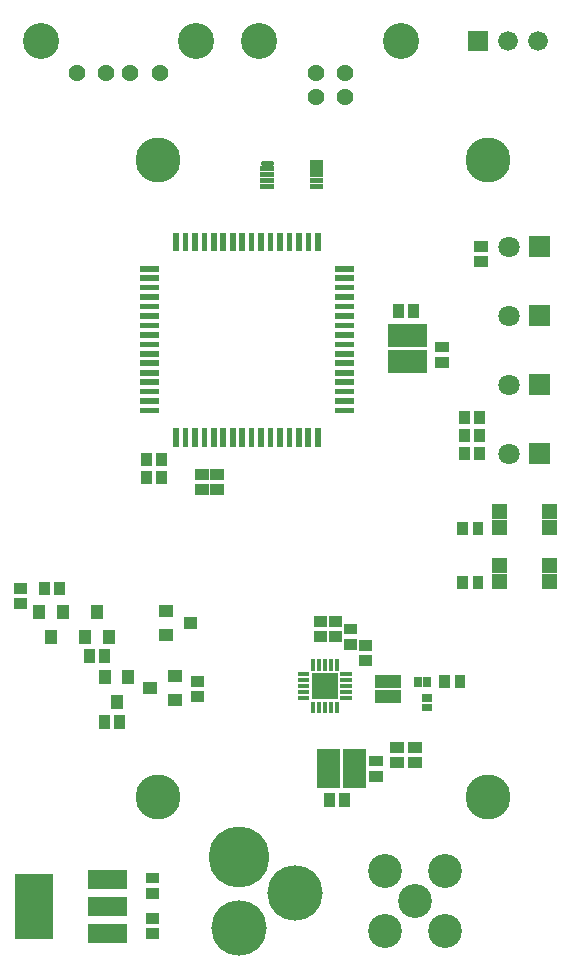
<source format=gbr>
G04 start of page 5 for group -4063 idx -4063 *
G04 Title: (unknown), componentmask *
G04 Creator: pcb 20110918 *
G04 CreationDate: Sun 02 Feb 2014 07:13:27 PM GMT UTC *
G04 For: doho *
G04 Format: Gerber/RS-274X *
G04 PCB-Dimensions: 600000 450000 *
G04 PCB-Coordinate-Origin: lower left *
%MOIN*%
%FSLAX25Y25*%
%LNTOPMASK*%
%ADD104R,0.0257X0.0257*%
%ADD103R,0.0342X0.0342*%
%ADD102R,0.0140X0.0140*%
%ADD101R,0.0672X0.0672*%
%ADD100R,0.1280X0.1280*%
%ADD99R,0.0620X0.0620*%
%ADD98R,0.0355X0.0355*%
%ADD97R,0.0400X0.0400*%
%ADD96R,0.0180X0.0180*%
%ADD95C,0.0180*%
%ADD94R,0.0187X0.0187*%
%ADD93C,0.1845*%
%ADD92C,0.2033*%
%ADD91C,0.1130*%
%ADD90C,0.0660*%
%ADD89C,0.1206*%
%ADD88C,0.0562*%
%ADD87C,0.1500*%
%ADD86C,0.0710*%
%ADD85C,0.0001*%
G54D85*G36*
X178950Y344550D02*Y337450D01*
X186050D01*
Y344550D01*
X178950D01*
G37*
G54D86*X172500Y341000D03*
G54D85*G36*
X178950Y321550D02*Y314450D01*
X186050D01*
Y321550D01*
X178950D01*
G37*
G54D86*X172500Y318000D03*
G54D85*G36*
X178950Y367550D02*Y360450D01*
X186050D01*
Y367550D01*
X178950D01*
G37*
G54D86*X172500Y364000D03*
G54D87*X55500Y393000D03*
G54D88*X55900Y421800D03*
X46100D03*
X38200D03*
X28400D03*
G54D89*X68000Y432500D03*
X16300D03*
X89000D03*
X136402D03*
G54D87*X165500Y393000D03*
G54D85*G36*
X158700Y435800D02*Y429200D01*
X165300D01*
Y435800D01*
X158700D01*
G37*
G54D90*X172000Y432500D03*
X182000D03*
G54D88*X117622Y413957D03*
X107880D03*
X117622Y421831D03*
X107880D03*
G54D85*G36*
X178950Y298550D02*Y291450D01*
X186050D01*
Y298550D01*
X178950D01*
G37*
G54D86*X172500Y295000D03*
G54D91*X141000Y146000D03*
X151000Y156000D03*
Y136000D03*
X131000D03*
Y156000D03*
G54D92*X82500Y160500D03*
G54D93*Y136878D03*
X101004Y148689D03*
G54D87*X165500Y180500D03*
X55500D03*
G54D94*X96024Y367772D02*Y363346D01*
X92874Y367772D02*Y363346D01*
X89725Y367772D02*Y363346D01*
X86575Y367772D02*Y363346D01*
X83426Y367772D02*Y363346D01*
G54D95*X90400Y392000D02*X93000D01*
G54D96*X90400Y390000D02*X93000D01*
X90400Y388000D02*X93000D01*
X90400Y386100D02*X93000D01*
X90400Y384100D02*X93000D01*
X106900Y384000D02*X109500D01*
X106900Y386000D02*X109500D01*
X106900Y388000D02*X109500D01*
X106900Y389900D02*X109500D01*
X106900Y391900D02*X109500D01*
G54D94*X50228Y356622D02*X54654D01*
X50228Y353473D02*X54654D01*
X50228Y337725D02*X54654D01*
X50228Y350323D02*X54654D01*
X50228Y347174D02*X54654D01*
X50228Y344024D02*X54654D01*
X50228Y340874D02*X54654D01*
X80276Y367772D02*Y363346D01*
X77126Y367772D02*Y363346D01*
X73977Y367772D02*Y363346D01*
X70827Y367772D02*Y363346D01*
X67678Y367772D02*Y363346D01*
X64528Y367772D02*Y363346D01*
X61378Y367772D02*Y363346D01*
G54D97*X60700Y213000D02*X61300D01*
X60700Y220800D02*X61300D01*
X52500Y216900D02*X53100D01*
X38900Y234300D02*Y233700D01*
G54D98*X37559Y227992D02*Y227008D01*
X37441Y205992D02*Y205008D01*
X53008Y134941D02*X53992D01*
X53008Y140059D02*X53992D01*
X53008Y153559D02*X53992D01*
X53008Y148441D02*X53992D01*
G54D97*X37700Y220800D02*Y220200D01*
G54D99*X35200Y135000D02*X41800D01*
X35200Y144000D02*X41800D01*
X35200Y153100D02*X41800D01*
G54D100*X14100Y148500D02*Y139500D01*
G54D101*X120437Y193150D02*X121224D01*
X111776D02*X112563D01*
X111776Y186850D02*X112563D01*
X120437D02*X121224D01*
G54D98*X112441Y179992D02*Y179008D01*
X117559Y179992D02*Y179008D01*
G54D102*X102693Y221437D02*X105134D01*
X102693Y219468D02*X105134D01*
X102693Y217500D02*X105134D01*
X102693Y215532D02*X105134D01*
X102693Y213563D02*X105134D01*
X107063Y211634D02*Y209193D01*
X109032Y211634D02*Y209193D01*
X111000Y211634D02*Y209193D01*
X112968Y211634D02*Y209193D01*
X114937Y211634D02*Y209193D01*
X116866Y213563D02*X119307D01*
X116866Y215532D02*X119307D01*
X116866Y217500D02*X119307D01*
X116866Y219468D02*X119307D01*
X116866Y221437D02*X119307D01*
X114937Y225807D02*Y223366D01*
X112968Y225807D02*Y223366D01*
X111000Y225807D02*Y223366D01*
G54D98*X109008Y233941D02*X109992D01*
X109008Y239059D02*X109992D01*
G54D97*X31100Y234300D02*Y233700D01*
G54D98*X32441Y227992D02*Y227008D01*
G54D97*X19700Y234200D02*Y233600D01*
X35000Y242500D02*Y241900D01*
X23600Y242400D02*Y241800D01*
X15800Y242400D02*Y241800D01*
G54D98*X17441Y250492D02*Y249508D01*
X22559Y250492D02*Y249508D01*
X9008Y250059D02*X9992D01*
X9008Y244941D02*X9992D01*
G54D101*X135350Y334724D02*Y333937D01*
Y326063D02*Y325276D01*
X141650Y326063D02*Y325276D01*
Y334724D02*Y333937D01*
G54D98*X135441Y342992D02*Y342008D01*
X140559Y342992D02*Y342008D01*
X149508Y325441D02*X150492D01*
X149508Y330559D02*X150492D01*
X162508Y358941D02*X163492D01*
X162508Y364059D02*X163492D01*
G54D94*X102322Y302654D02*Y298228D01*
X105472Y302654D02*Y298228D01*
X108622Y302654D02*Y298228D01*
X115346Y309378D02*X119772D01*
X115346Y312527D02*X119772D01*
X115346Y315677D02*X119772D01*
X115346Y318826D02*X119772D01*
G54D98*X74508Y282941D02*X75492D01*
X74508Y288059D02*X75492D01*
G54D94*X115346Y321976D02*X119772D01*
X115346Y325126D02*X119772D01*
X115346Y328275D02*X119772D01*
X115346Y331425D02*X119772D01*
X115346Y334574D02*X119772D01*
X115346Y337724D02*X119772D01*
X115346Y340874D02*X119772D01*
X115346Y344023D02*X119772D01*
X115346Y347173D02*X119772D01*
X115346Y350322D02*X119772D01*
X115346Y353472D02*X119772D01*
X115346Y356622D02*X119772D01*
X108622Y367772D02*Y363346D01*
X105473Y367772D02*Y363346D01*
X102323Y367772D02*Y363346D01*
X99174Y367772D02*Y363346D01*
G54D98*X69508Y282941D02*X70492D01*
G54D97*X65900Y238600D02*X66500D01*
G54D98*X69508Y288059D02*X70492D01*
G54D94*X61378Y302654D02*Y298228D01*
X64527Y302654D02*Y298228D01*
X67677Y302654D02*Y298228D01*
X70826Y302654D02*Y298228D01*
X73976Y302654D02*Y298228D01*
X77126Y302654D02*Y298228D01*
X80275Y302654D02*Y298228D01*
X83425Y302654D02*Y298228D01*
X86574Y302654D02*Y298228D01*
X89724Y302654D02*Y298228D01*
X92874Y302654D02*Y298228D01*
X96023Y302654D02*Y298228D01*
X99173Y302654D02*Y298228D01*
G54D98*X56559Y293492D02*Y292508D01*
G54D97*X57700Y242500D02*X58300D01*
X57700Y234700D02*X58300D01*
G54D98*X56559Y287492D02*Y286508D01*
X51441Y293492D02*Y292508D01*
X42559Y205992D02*Y205008D01*
G54D97*X45500Y220800D02*Y220200D01*
X41600Y212600D02*Y212000D01*
G54D98*X51441Y287492D02*Y286508D01*
G54D94*X50228Y334575D02*X54654D01*
X50228Y331426D02*X54654D01*
X50228Y328276D02*X54654D01*
X50228Y325126D02*X54654D01*
X50228Y321977D02*X54654D01*
X50228Y318827D02*X54654D01*
X50228Y315678D02*X54654D01*
X50228Y312528D02*X54654D01*
X50228Y309378D02*X54654D01*
G54D98*X119008Y231441D02*X119992D01*
X119008Y236559D02*X119992D01*
X114008Y233941D02*X114992D01*
X114008Y239059D02*X114992D01*
G54D102*X107063Y225807D02*Y223366D01*
G54D85*G36*
X106666Y221834D02*Y213166D01*
X115334D01*
Y221834D01*
X106666D01*
G37*
G54D98*X124008Y225941D02*X124992D01*
X127508Y192559D02*X128492D01*
X127508Y187441D02*X128492D01*
X124008Y231059D02*X124992D01*
G54D103*X129441Y219433D02*Y218488D01*
Y214512D02*Y213567D01*
G54D102*X109032Y225807D02*Y223366D01*
G54D98*X68008Y219059D02*X68992D01*
X68008Y213941D02*X68992D01*
X134508Y191941D02*X135492D01*
X134508Y197059D02*X135492D01*
X140508Y191941D02*X141492D01*
X140508Y197059D02*X141492D01*
G54D104*X141926Y219393D02*Y218607D01*
X145074Y219393D02*Y218607D01*
X144607Y210426D02*X145393D01*
X144607Y213574D02*X145393D01*
G54D103*X134559Y219433D02*Y218488D01*
G54D98*X156059Y219492D02*Y218508D01*
X150941Y219492D02*Y218508D01*
G54D103*X132000Y219433D02*Y218488D01*
Y214512D02*Y213567D01*
X134559Y214512D02*Y213567D01*
G54D98*X157441Y301492D02*Y300508D01*
X162559Y301492D02*Y300508D01*
X157441Y295492D02*Y294508D01*
X162559Y295492D02*Y294508D01*
X157441Y307492D02*Y306508D01*
X162559Y307492D02*Y306508D01*
G54D85*G36*
X183300Y272900D02*Y267900D01*
X188300D01*
Y272900D01*
X183300D01*
G37*
G36*
Y254900D02*Y249900D01*
X188300D01*
Y254900D01*
X183300D01*
G37*
G36*
Y260100D02*Y255100D01*
X188300D01*
Y260100D01*
X183300D01*
G37*
G36*
X166700Y272900D02*Y267900D01*
X171700D01*
Y272900D01*
X166700D01*
G37*
G36*
Y254900D02*Y249900D01*
X171700D01*
Y254900D01*
X166700D01*
G37*
G36*
Y260100D02*Y255100D01*
X171700D01*
Y260100D01*
X166700D01*
G37*
G54D98*X156941Y252492D02*Y251508D01*
X162059Y252492D02*Y251508D01*
G54D85*G36*
X183300Y278100D02*Y273100D01*
X188300D01*
Y278100D01*
X183300D01*
G37*
G36*
X166700D02*Y273100D01*
X171700D01*
Y278100D01*
X166700D01*
G37*
G54D98*X156941Y270492D02*Y269508D01*
X162059Y270492D02*Y269508D01*
M02*

</source>
